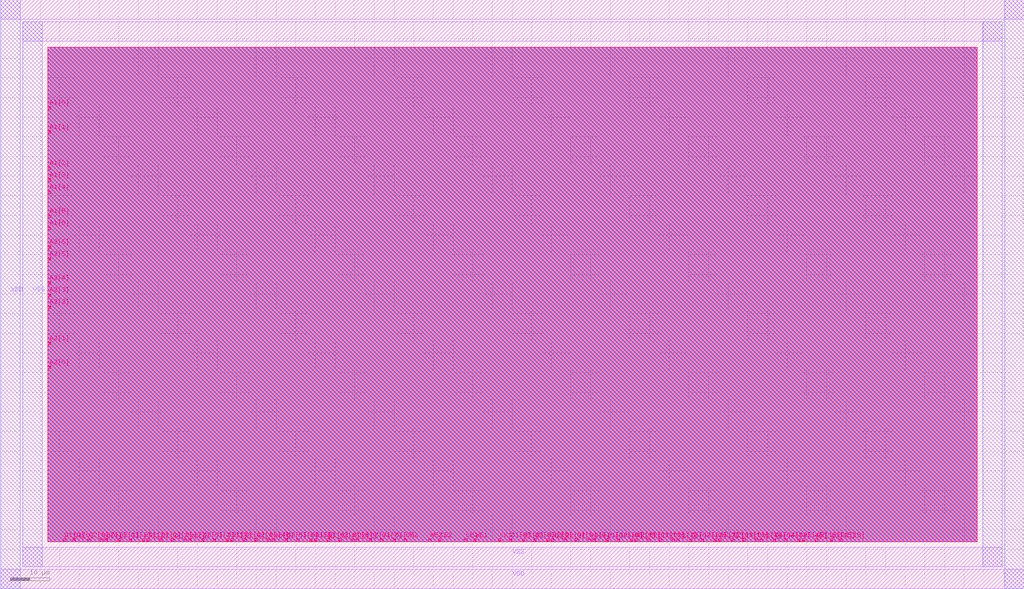
<source format=lef>
VERSION 5.6 ;
BUSBITCHARS "[]" ;
DIVIDERCHAR "/" ;

MACRO MEM2_128X16
  CLASS BLOCK ;
  ORIGIN 0 0 ;
  FOREIGN MEM2_128X16 0 0 ;
  SIZE 260.235 BY 149.895 ;
  SYMMETRY X Y R90 ;
  PIN A1[0]
    DIRECTION INPUT ;
    USE SIGNAL ;
    PORT
      LAYER Metal5 ;
        RECT 12 122.04 12.66 122.7 ;
      LAYER Metal6 ;
        RECT 12 122.04 12.66 122.7 ;
      LAYER Metal3 ;
        RECT 12 122.04 12.66 122.7 ;
      LAYER Metal4 ;
        RECT 12 122.04 12.66 122.7 ;
    END
  END A1[0]
  PIN A1[1]
    DIRECTION INPUT ;
    USE SIGNAL ;
    PORT
      LAYER Metal5 ;
        RECT 12 115.92 12.66 116.58 ;
      LAYER Metal6 ;
        RECT 12 115.92 12.66 116.58 ;
      LAYER Metal3 ;
        RECT 12 115.92 12.66 116.58 ;
      LAYER Metal4 ;
        RECT 12 115.92 12.66 116.58 ;
    END
  END A1[1]
  PIN A1[2]
    DIRECTION INPUT ;
    USE SIGNAL ;
    PORT
      LAYER Metal5 ;
        RECT 12 106.7 12.66 107.36 ;
      LAYER Metal6 ;
        RECT 12 106.7 12.66 107.36 ;
      LAYER Metal3 ;
        RECT 12 106.7 12.66 107.36 ;
      LAYER Metal4 ;
        RECT 12 106.7 12.66 107.36 ;
    END
  END A1[2]
  PIN A1[3]
    DIRECTION INPUT ;
    USE SIGNAL ;
    PORT
      LAYER Metal5 ;
        RECT 12 103.68 12.66 104.34 ;
      LAYER Metal6 ;
        RECT 12 103.68 12.66 104.34 ;
      LAYER Metal3 ;
        RECT 12 103.68 12.66 104.34 ;
      LAYER Metal4 ;
        RECT 12 103.68 12.66 104.34 ;
    END
  END A1[3]
  PIN A1[4]
    DIRECTION INPUT ;
    USE SIGNAL ;
    PORT
      LAYER Metal5 ;
        RECT 12 100.58 12.66 101.24 ;
      LAYER Metal6 ;
        RECT 12 100.58 12.66 101.24 ;
      LAYER Metal3 ;
        RECT 12 100.58 12.66 101.24 ;
      LAYER Metal4 ;
        RECT 12 100.58 12.66 101.24 ;
    END
  END A1[4]
  PIN A1[5]
    DIRECTION INPUT ;
    USE SIGNAL ;
    PORT
      LAYER Metal5 ;
        RECT 12 94.46 12.66 95.12 ;
      LAYER Metal6 ;
        RECT 12 94.46 12.66 95.12 ;
      LAYER Metal3 ;
        RECT 12 94.46 12.66 95.12 ;
      LAYER Metal4 ;
        RECT 12 94.46 12.66 95.12 ;
    END
  END A1[5]
  PIN A1[6]
    DIRECTION INPUT ;
    USE SIGNAL ;
    PORT
      LAYER Metal5 ;
        RECT 12 91.44 12.66 92.1 ;
      LAYER Metal6 ;
        RECT 12 91.44 12.66 92.1 ;
      LAYER Metal3 ;
        RECT 12 91.44 12.66 92.1 ;
      LAYER Metal4 ;
        RECT 12 91.44 12.66 92.1 ;
    END
  END A1[6]
  PIN A2[0]
    DIRECTION INPUT ;
    USE SIGNAL ;
    PORT
      LAYER Metal5 ;
        RECT 12 56.02 12.66 56.68 ;
      LAYER Metal6 ;
        RECT 12 56.02 12.66 56.68 ;
      LAYER Metal3 ;
        RECT 12 56.02 12.66 56.68 ;
      LAYER Metal4 ;
        RECT 12 56.02 12.66 56.68 ;
    END
  END A2[0]
  PIN A2[1]
    DIRECTION INPUT ;
    USE SIGNAL ;
    PORT
      LAYER Metal5 ;
        RECT 12 62.14 12.66 62.8 ;
      LAYER Metal6 ;
        RECT 12 62.14 12.66 62.8 ;
      LAYER Metal3 ;
        RECT 12 62.14 12.66 62.8 ;
      LAYER Metal4 ;
        RECT 12 62.14 12.66 62.8 ;
    END
  END A2[1]
  PIN A2[2]
    DIRECTION INPUT ;
    USE SIGNAL ;
    PORT
      LAYER Metal5 ;
        RECT 12 71.36 12.66 72.02 ;
      LAYER Metal6 ;
        RECT 12 71.36 12.66 72.02 ;
      LAYER Metal3 ;
        RECT 12 71.36 12.66 72.02 ;
      LAYER Metal4 ;
        RECT 12 71.36 12.66 72.02 ;
    END
  END A2[2]
  PIN A2[3]
    DIRECTION INPUT ;
    USE SIGNAL ;
    PORT
      LAYER Metal5 ;
        RECT 12 74.38 12.66 75.04 ;
      LAYER Metal6 ;
        RECT 12 74.38 12.66 75.04 ;
      LAYER Metal3 ;
        RECT 12 74.38 12.66 75.04 ;
      LAYER Metal4 ;
        RECT 12 74.38 12.66 75.04 ;
    END
  END A2[3]
  PIN A2[4]
    DIRECTION INPUT ;
    USE SIGNAL ;
    PORT
      LAYER Metal5 ;
        RECT 12 77.48 12.66 78.14 ;
      LAYER Metal6 ;
        RECT 12 77.48 12.66 78.14 ;
      LAYER Metal3 ;
        RECT 12 77.48 12.66 78.14 ;
      LAYER Metal4 ;
        RECT 12 77.48 12.66 78.14 ;
    END
  END A2[4]
  PIN A2[5]
    DIRECTION INPUT ;
    USE SIGNAL ;
    PORT
      LAYER Metal5 ;
        RECT 12 83.6 12.66 84.26 ;
      LAYER Metal6 ;
        RECT 12 83.6 12.66 84.26 ;
      LAYER Metal3 ;
        RECT 12 83.6 12.66 84.26 ;
      LAYER Metal4 ;
        RECT 12 83.6 12.66 84.26 ;
    END
  END A2[5]
  PIN A2[6]
    DIRECTION INPUT ;
    USE SIGNAL ;
    PORT
      LAYER Metal5 ;
        RECT 12 86.62 12.66 87.28 ;
      LAYER Metal6 ;
        RECT 12 86.62 12.66 87.28 ;
      LAYER Metal3 ;
        RECT 12 86.62 12.66 87.28 ;
      LAYER Metal4 ;
        RECT 12 86.62 12.66 87.28 ;
    END
  END A2[6]
  PIN CE1
    DIRECTION INPUT ;
    USE SIGNAL ;
    PORT
      LAYER Metal5 ;
        RECT 117.9 12 118.56 12.66 ;
      LAYER Metal6 ;
        RECT 117.9 12 118.56 12.66 ;
      LAYER Metal3 ;
        RECT 117.9 12 118.56 12.66 ;
      LAYER Metal4 ;
        RECT 117.9 12 118.56 12.66 ;
    END
  END CE1
  PIN CE2
    DIRECTION INPUT ;
    USE SIGNAL ;
    PORT
      LAYER Metal5 ;
        RECT 111.24 12 111.9 12.66 ;
      LAYER Metal6 ;
        RECT 111.24 12 111.9 12.66 ;
      LAYER Metal3 ;
        RECT 111.24 12 111.9 12.66 ;
      LAYER Metal4 ;
        RECT 111.24 12 111.9 12.66 ;
    END
  END CE2
  PIN CK1
    DIRECTION INPUT ;
    USE SIGNAL ;
    PORT
      LAYER Metal5 ;
        RECT 126.525 12 127.185 12.66 ;
      LAYER Metal6 ;
        RECT 126.525 12 127.185 12.66 ;
      LAYER Metal3 ;
        RECT 126.525 12 127.185 12.66 ;
      LAYER Metal4 ;
        RECT 126.525 12 127.185 12.66 ;
    END
  END CK1
  PIN CK2
    DIRECTION INPUT ;
    USE SIGNAL ;
    PORT
      LAYER Metal5 ;
        RECT 102.615 12 103.275 12.66 ;
      LAYER Metal6 ;
        RECT 102.615 12 103.275 12.66 ;
      LAYER Metal3 ;
        RECT 102.615 12 103.275 12.66 ;
      LAYER Metal4 ;
        RECT 102.615 12 103.275 12.66 ;
    END
  END CK2
  PIN D1[0]
    DIRECTION INPUT ;
    USE SIGNAL ;
    PORT
      LAYER Metal5 ;
        RECT 15.86 12 16.52 12.66 ;
      LAYER Metal6 ;
        RECT 15.86 12 16.52 12.66 ;
      LAYER Metal3 ;
        RECT 15.86 12 16.52 12.66 ;
      LAYER Metal4 ;
        RECT 15.86 12 16.52 12.66 ;
    END
  END D1[0]
  PIN D1[10]
    DIRECTION INPUT ;
    USE SIGNAL ;
    PORT
      LAYER Metal5 ;
        RECT 150.58 12 151.24 12.66 ;
      LAYER Metal6 ;
        RECT 150.58 12 151.24 12.66 ;
      LAYER Metal3 ;
        RECT 150.58 12 151.24 12.66 ;
      LAYER Metal4 ;
        RECT 150.58 12 151.24 12.66 ;
    END
  END D1[10]
  PIN D1[11]
    DIRECTION INPUT ;
    USE SIGNAL ;
    PORT
      LAYER Metal5 ;
        RECT 170.72 12 171.38 12.66 ;
      LAYER Metal6 ;
        RECT 170.72 12 171.38 12.66 ;
      LAYER Metal3 ;
        RECT 170.72 12 171.38 12.66 ;
      LAYER Metal4 ;
        RECT 170.72 12 171.38 12.66 ;
    END
  END D1[11]
  PIN D1[12]
    DIRECTION INPUT ;
    USE SIGNAL ;
    PORT
      LAYER Metal5 ;
        RECT 171.86 12 172.52 12.66 ;
      LAYER Metal6 ;
        RECT 171.86 12 172.52 12.66 ;
      LAYER Metal3 ;
        RECT 171.86 12 172.52 12.66 ;
      LAYER Metal4 ;
        RECT 171.86 12 172.52 12.66 ;
    END
  END D1[12]
  PIN D1[13]
    DIRECTION INPUT ;
    USE SIGNAL ;
    PORT
      LAYER Metal5 ;
        RECT 192 12 192.66 12.66 ;
      LAYER Metal6 ;
        RECT 192 12 192.66 12.66 ;
      LAYER Metal3 ;
        RECT 192 12 192.66 12.66 ;
      LAYER Metal4 ;
        RECT 192 12 192.66 12.66 ;
    END
  END D1[13]
  PIN D1[14]
    DIRECTION INPUT ;
    USE SIGNAL ;
    PORT
      LAYER Metal5 ;
        RECT 193.14 12 193.8 12.66 ;
      LAYER Metal6 ;
        RECT 193.14 12 193.8 12.66 ;
      LAYER Metal3 ;
        RECT 193.14 12 193.8 12.66 ;
      LAYER Metal4 ;
        RECT 193.14 12 193.8 12.66 ;
    END
  END D1[14]
  PIN D1[15]
    DIRECTION INPUT ;
    USE SIGNAL ;
    PORT
      LAYER Metal5 ;
        RECT 213.28 12 213.94 12.66 ;
      LAYER Metal6 ;
        RECT 213.28 12 213.94 12.66 ;
      LAYER Metal3 ;
        RECT 213.28 12 213.94 12.66 ;
      LAYER Metal4 ;
        RECT 213.28 12 213.94 12.66 ;
    END
  END D1[15]
  PIN D1[1]
    DIRECTION INPUT ;
    USE SIGNAL ;
    PORT
      LAYER Metal5 ;
        RECT 36 12 36.66 12.66 ;
      LAYER Metal6 ;
        RECT 36 12 36.66 12.66 ;
      LAYER Metal3 ;
        RECT 36 12 36.66 12.66 ;
      LAYER Metal4 ;
        RECT 36 12 36.66 12.66 ;
    END
  END D1[1]
  PIN D1[2]
    DIRECTION INPUT ;
    USE SIGNAL ;
    PORT
      LAYER Metal5 ;
        RECT 37.14 12 37.8 12.66 ;
      LAYER Metal6 ;
        RECT 37.14 12 37.8 12.66 ;
      LAYER Metal3 ;
        RECT 37.14 12 37.8 12.66 ;
      LAYER Metal4 ;
        RECT 37.14 12 37.8 12.66 ;
    END
  END D1[2]
  PIN D1[3]
    DIRECTION INPUT ;
    USE SIGNAL ;
    PORT
      LAYER Metal5 ;
        RECT 57.28 12 57.94 12.66 ;
      LAYER Metal6 ;
        RECT 57.28 12 57.94 12.66 ;
      LAYER Metal3 ;
        RECT 57.28 12 57.94 12.66 ;
      LAYER Metal4 ;
        RECT 57.28 12 57.94 12.66 ;
    END
  END D1[3]
  PIN D1[4]
    DIRECTION INPUT ;
    USE SIGNAL ;
    PORT
      LAYER Metal5 ;
        RECT 58.42 12 59.08 12.66 ;
      LAYER Metal6 ;
        RECT 58.42 12 59.08 12.66 ;
      LAYER Metal3 ;
        RECT 58.42 12 59.08 12.66 ;
      LAYER Metal4 ;
        RECT 58.42 12 59.08 12.66 ;
    END
  END D1[4]
  PIN D1[5]
    DIRECTION INPUT ;
    USE SIGNAL ;
    PORT
      LAYER Metal5 ;
        RECT 78.56 12 79.22 12.66 ;
      LAYER Metal6 ;
        RECT 78.56 12 79.22 12.66 ;
      LAYER Metal3 ;
        RECT 78.56 12 79.22 12.66 ;
      LAYER Metal4 ;
        RECT 78.56 12 79.22 12.66 ;
    END
  END D1[5]
  PIN D1[6]
    DIRECTION INPUT ;
    USE SIGNAL ;
    PORT
      LAYER Metal5 ;
        RECT 79.7 12 80.36 12.66 ;
      LAYER Metal6 ;
        RECT 79.7 12 80.36 12.66 ;
      LAYER Metal3 ;
        RECT 79.7 12 80.36 12.66 ;
      LAYER Metal4 ;
        RECT 79.7 12 80.36 12.66 ;
    END
  END D1[6]
  PIN D1[7]
    DIRECTION INPUT ;
    USE SIGNAL ;
    PORT
      LAYER Metal5 ;
        RECT 99.84 12 100.5 12.66 ;
      LAYER Metal6 ;
        RECT 99.84 12 100.5 12.66 ;
      LAYER Metal3 ;
        RECT 99.84 12 100.5 12.66 ;
      LAYER Metal4 ;
        RECT 99.84 12 100.5 12.66 ;
    END
  END D1[7]
  PIN D1[8]
    DIRECTION INPUT ;
    USE SIGNAL ;
    PORT
      LAYER Metal5 ;
        RECT 129.3 12 129.96 12.66 ;
      LAYER Metal6 ;
        RECT 129.3 12 129.96 12.66 ;
      LAYER Metal3 ;
        RECT 129.3 12 129.96 12.66 ;
      LAYER Metal4 ;
        RECT 129.3 12 129.96 12.66 ;
    END
  END D1[8]
  PIN D1[9]
    DIRECTION INPUT ;
    USE SIGNAL ;
    PORT
      LAYER Metal5 ;
        RECT 149.44 12 150.1 12.66 ;
      LAYER Metal6 ;
        RECT 149.44 12 150.1 12.66 ;
      LAYER Metal3 ;
        RECT 149.44 12 150.1 12.66 ;
      LAYER Metal4 ;
        RECT 149.44 12 150.1 12.66 ;
    END
  END D1[9]
  PIN D2[0]
    DIRECTION INPUT ;
    USE SIGNAL ;
    PORT
      LAYER Metal5 ;
        RECT 25.36 12 26.02 12.66 ;
      LAYER Metal6 ;
        RECT 25.36 12 26.02 12.66 ;
      LAYER Metal3 ;
        RECT 25.36 12 26.02 12.66 ;
      LAYER Metal4 ;
        RECT 25.36 12 26.02 12.66 ;
    END
  END D2[0]
  PIN D2[10]
    DIRECTION INPUT ;
    USE SIGNAL ;
    PORT
      LAYER Metal5 ;
        RECT 160.08 12 160.74 12.66 ;
      LAYER Metal6 ;
        RECT 160.08 12 160.74 12.66 ;
      LAYER Metal3 ;
        RECT 160.08 12 160.74 12.66 ;
      LAYER Metal4 ;
        RECT 160.08 12 160.74 12.66 ;
    END
  END D2[10]
  PIN D2[11]
    DIRECTION INPUT ;
    USE SIGNAL ;
    PORT
      LAYER Metal5 ;
        RECT 161.22 12 161.88 12.66 ;
      LAYER Metal6 ;
        RECT 161.22 12 161.88 12.66 ;
      LAYER Metal3 ;
        RECT 161.22 12 161.88 12.66 ;
      LAYER Metal4 ;
        RECT 161.22 12 161.88 12.66 ;
    END
  END D2[11]
  PIN D2[12]
    DIRECTION INPUT ;
    USE SIGNAL ;
    PORT
      LAYER Metal5 ;
        RECT 181.36 12 182.02 12.66 ;
      LAYER Metal6 ;
        RECT 181.36 12 182.02 12.66 ;
      LAYER Metal3 ;
        RECT 181.36 12 182.02 12.66 ;
      LAYER Metal4 ;
        RECT 181.36 12 182.02 12.66 ;
    END
  END D2[12]
  PIN D2[13]
    DIRECTION INPUT ;
    USE SIGNAL ;
    PORT
      LAYER Metal5 ;
        RECT 182.5 12 183.16 12.66 ;
      LAYER Metal6 ;
        RECT 182.5 12 183.16 12.66 ;
      LAYER Metal3 ;
        RECT 182.5 12 183.16 12.66 ;
      LAYER Metal4 ;
        RECT 182.5 12 183.16 12.66 ;
    END
  END D2[13]
  PIN D2[14]
    DIRECTION INPUT ;
    USE SIGNAL ;
    PORT
      LAYER Metal5 ;
        RECT 202.64 12 203.3 12.66 ;
      LAYER Metal6 ;
        RECT 202.64 12 203.3 12.66 ;
      LAYER Metal3 ;
        RECT 202.64 12 203.3 12.66 ;
      LAYER Metal4 ;
        RECT 202.64 12 203.3 12.66 ;
    END
  END D2[14]
  PIN D2[15]
    DIRECTION INPUT ;
    USE SIGNAL ;
    PORT
      LAYER Metal5 ;
        RECT 203.78 12 204.44 12.66 ;
      LAYER Metal6 ;
        RECT 203.78 12 204.44 12.66 ;
      LAYER Metal3 ;
        RECT 203.78 12 204.44 12.66 ;
      LAYER Metal4 ;
        RECT 203.78 12 204.44 12.66 ;
    END
  END D2[15]
  PIN D2[1]
    DIRECTION INPUT ;
    USE SIGNAL ;
    PORT
      LAYER Metal5 ;
        RECT 26.5 12 27.16 12.66 ;
      LAYER Metal6 ;
        RECT 26.5 12 27.16 12.66 ;
      LAYER Metal3 ;
        RECT 26.5 12 27.16 12.66 ;
      LAYER Metal4 ;
        RECT 26.5 12 27.16 12.66 ;
    END
  END D2[1]
  PIN D2[2]
    DIRECTION INPUT ;
    USE SIGNAL ;
    PORT
      LAYER Metal5 ;
        RECT 46.64 12 47.3 12.66 ;
      LAYER Metal6 ;
        RECT 46.64 12 47.3 12.66 ;
      LAYER Metal3 ;
        RECT 46.64 12 47.3 12.66 ;
      LAYER Metal4 ;
        RECT 46.64 12 47.3 12.66 ;
    END
  END D2[2]
  PIN D2[3]
    DIRECTION INPUT ;
    USE SIGNAL ;
    PORT
      LAYER Metal5 ;
        RECT 47.78 12 48.44 12.66 ;
      LAYER Metal6 ;
        RECT 47.78 12 48.44 12.66 ;
      LAYER Metal3 ;
        RECT 47.78 12 48.44 12.66 ;
      LAYER Metal4 ;
        RECT 47.78 12 48.44 12.66 ;
    END
  END D2[3]
  PIN D2[4]
    DIRECTION INPUT ;
    USE SIGNAL ;
    PORT
      LAYER Metal5 ;
        RECT 67.92 12 68.58 12.66 ;
      LAYER Metal6 ;
        RECT 67.92 12 68.58 12.66 ;
      LAYER Metal3 ;
        RECT 67.92 12 68.58 12.66 ;
      LAYER Metal4 ;
        RECT 67.92 12 68.58 12.66 ;
    END
  END D2[4]
  PIN D2[5]
    DIRECTION INPUT ;
    USE SIGNAL ;
    PORT
      LAYER Metal5 ;
        RECT 69.06 12 69.72 12.66 ;
      LAYER Metal6 ;
        RECT 69.06 12 69.72 12.66 ;
      LAYER Metal3 ;
        RECT 69.06 12 69.72 12.66 ;
      LAYER Metal4 ;
        RECT 69.06 12 69.72 12.66 ;
    END
  END D2[5]
  PIN D2[6]
    DIRECTION INPUT ;
    USE SIGNAL ;
    PORT
      LAYER Metal5 ;
        RECT 89.2 12 89.86 12.66 ;
      LAYER Metal6 ;
        RECT 89.2 12 89.86 12.66 ;
      LAYER Metal3 ;
        RECT 89.2 12 89.86 12.66 ;
      LAYER Metal4 ;
        RECT 89.2 12 89.86 12.66 ;
    END
  END D2[6]
  PIN D2[7]
    DIRECTION INPUT ;
    USE SIGNAL ;
    PORT
      LAYER Metal5 ;
        RECT 90.34 12 91 12.66 ;
      LAYER Metal6 ;
        RECT 90.34 12 91 12.66 ;
      LAYER Metal3 ;
        RECT 90.34 12 91 12.66 ;
      LAYER Metal4 ;
        RECT 90.34 12 91 12.66 ;
    END
  END D2[7]
  PIN D2[8]
    DIRECTION INPUT ;
    USE SIGNAL ;
    PORT
      LAYER Metal5 ;
        RECT 138.8 12 139.46 12.66 ;
      LAYER Metal6 ;
        RECT 138.8 12 139.46 12.66 ;
      LAYER Metal3 ;
        RECT 138.8 12 139.46 12.66 ;
      LAYER Metal4 ;
        RECT 138.8 12 139.46 12.66 ;
    END
  END D2[8]
  PIN D2[9]
    DIRECTION INPUT ;
    USE SIGNAL ;
    PORT
      LAYER Metal5 ;
        RECT 139.94 12 140.6 12.66 ;
      LAYER Metal6 ;
        RECT 139.94 12 140.6 12.66 ;
      LAYER Metal3 ;
        RECT 139.94 12 140.6 12.66 ;
      LAYER Metal4 ;
        RECT 139.94 12 140.6 12.66 ;
    END
  END D2[9]
  PIN Q1[0]
    DIRECTION OUTPUT ;
    USE SIGNAL ;
    PORT
      LAYER Metal5 ;
        RECT 18.28 12 18.94 12.66 ;
      LAYER Metal6 ;
        RECT 18.28 12 18.94 12.66 ;
      LAYER Metal3 ;
        RECT 18.28 12 18.94 12.66 ;
      LAYER Metal4 ;
        RECT 18.28 12 18.94 12.66 ;
    END
  END Q1[0]
  PIN Q1[10]
    DIRECTION OUTPUT ;
    USE SIGNAL ;
    PORT
      LAYER Metal5 ;
        RECT 153.88 12 154.54 12.66 ;
      LAYER Metal6 ;
        RECT 153.88 12 154.54 12.66 ;
      LAYER Metal3 ;
        RECT 153.88 12 154.54 12.66 ;
      LAYER Metal4 ;
        RECT 153.88 12 154.54 12.66 ;
    END
  END Q1[10]
  PIN Q1[11]
    DIRECTION OUTPUT ;
    USE SIGNAL ;
    PORT
      LAYER Metal5 ;
        RECT 167.42 12 168.08 12.66 ;
      LAYER Metal6 ;
        RECT 167.42 12 168.08 12.66 ;
      LAYER Metal3 ;
        RECT 167.42 12 168.08 12.66 ;
      LAYER Metal4 ;
        RECT 167.42 12 168.08 12.66 ;
    END
  END Q1[11]
  PIN Q1[12]
    DIRECTION OUTPUT ;
    USE SIGNAL ;
    PORT
      LAYER Metal5 ;
        RECT 175.16 12 175.82 12.66 ;
      LAYER Metal6 ;
        RECT 175.16 12 175.82 12.66 ;
      LAYER Metal3 ;
        RECT 175.16 12 175.82 12.66 ;
      LAYER Metal4 ;
        RECT 175.16 12 175.82 12.66 ;
    END
  END Q1[12]
  PIN Q1[13]
    DIRECTION OUTPUT ;
    USE SIGNAL ;
    PORT
      LAYER Metal5 ;
        RECT 188.7 12 189.36 12.66 ;
      LAYER Metal6 ;
        RECT 188.7 12 189.36 12.66 ;
      LAYER Metal3 ;
        RECT 188.7 12 189.36 12.66 ;
      LAYER Metal4 ;
        RECT 188.7 12 189.36 12.66 ;
    END
  END Q1[13]
  PIN Q1[14]
    DIRECTION OUTPUT ;
    USE SIGNAL ;
    PORT
      LAYER Metal5 ;
        RECT 196.44 12 197.1 12.66 ;
      LAYER Metal6 ;
        RECT 196.44 12 197.1 12.66 ;
      LAYER Metal3 ;
        RECT 196.44 12 197.1 12.66 ;
      LAYER Metal4 ;
        RECT 196.44 12 197.1 12.66 ;
    END
  END Q1[14]
  PIN Q1[15]
    DIRECTION OUTPUT ;
    USE SIGNAL ;
    PORT
      LAYER Metal5 ;
        RECT 210.86 12 211.52 12.66 ;
      LAYER Metal6 ;
        RECT 210.86 12 211.52 12.66 ;
      LAYER Metal3 ;
        RECT 210.86 12 211.52 12.66 ;
      LAYER Metal4 ;
        RECT 210.86 12 211.52 12.66 ;
    END
  END Q1[15]
  PIN Q1[1]
    DIRECTION OUTPUT ;
    USE SIGNAL ;
    PORT
      LAYER Metal5 ;
        RECT 32.7 12 33.36 12.66 ;
      LAYER Metal6 ;
        RECT 32.7 12 33.36 12.66 ;
      LAYER Metal3 ;
        RECT 32.7 12 33.36 12.66 ;
      LAYER Metal4 ;
        RECT 32.7 12 33.36 12.66 ;
    END
  END Q1[1]
  PIN Q1[2]
    DIRECTION OUTPUT ;
    USE SIGNAL ;
    PORT
      LAYER Metal5 ;
        RECT 40.44 12 41.1 12.66 ;
      LAYER Metal6 ;
        RECT 40.44 12 41.1 12.66 ;
      LAYER Metal3 ;
        RECT 40.44 12 41.1 12.66 ;
      LAYER Metal4 ;
        RECT 40.44 12 41.1 12.66 ;
    END
  END Q1[2]
  PIN Q1[3]
    DIRECTION OUTPUT ;
    USE SIGNAL ;
    PORT
      LAYER Metal5 ;
        RECT 53.98 12 54.64 12.66 ;
      LAYER Metal6 ;
        RECT 53.98 12 54.64 12.66 ;
      LAYER Metal3 ;
        RECT 53.98 12 54.64 12.66 ;
      LAYER Metal4 ;
        RECT 53.98 12 54.64 12.66 ;
    END
  END Q1[3]
  PIN Q1[4]
    DIRECTION OUTPUT ;
    USE SIGNAL ;
    PORT
      LAYER Metal5 ;
        RECT 61.72 12 62.38 12.66 ;
      LAYER Metal6 ;
        RECT 61.72 12 62.38 12.66 ;
      LAYER Metal3 ;
        RECT 61.72 12 62.38 12.66 ;
      LAYER Metal4 ;
        RECT 61.72 12 62.38 12.66 ;
    END
  END Q1[4]
  PIN Q1[5]
    DIRECTION OUTPUT ;
    USE SIGNAL ;
    PORT
      LAYER Metal5 ;
        RECT 75.26 12 75.92 12.66 ;
      LAYER Metal6 ;
        RECT 75.26 12 75.92 12.66 ;
      LAYER Metal3 ;
        RECT 75.26 12 75.92 12.66 ;
      LAYER Metal4 ;
        RECT 75.26 12 75.92 12.66 ;
    END
  END Q1[5]
  PIN Q1[6]
    DIRECTION OUTPUT ;
    USE SIGNAL ;
    PORT
      LAYER Metal5 ;
        RECT 83 12 83.66 12.66 ;
      LAYER Metal6 ;
        RECT 83 12 83.66 12.66 ;
      LAYER Metal3 ;
        RECT 83 12 83.66 12.66 ;
      LAYER Metal4 ;
        RECT 83 12 83.66 12.66 ;
    END
  END Q1[6]
  PIN Q1[7]
    DIRECTION OUTPUT ;
    USE SIGNAL ;
    PORT
      LAYER Metal5 ;
        RECT 96.54 12 97.2 12.66 ;
      LAYER Metal6 ;
        RECT 96.54 12 97.2 12.66 ;
      LAYER Metal3 ;
        RECT 96.54 12 97.2 12.66 ;
      LAYER Metal4 ;
        RECT 96.54 12 97.2 12.66 ;
    END
  END Q1[7]
  PIN Q1[8]
    DIRECTION OUTPUT ;
    USE SIGNAL ;
    PORT
      LAYER Metal5 ;
        RECT 132.6 12 133.26 12.66 ;
      LAYER Metal6 ;
        RECT 132.6 12 133.26 12.66 ;
      LAYER Metal3 ;
        RECT 132.6 12 133.26 12.66 ;
      LAYER Metal4 ;
        RECT 132.6 12 133.26 12.66 ;
    END
  END Q1[8]
  PIN Q1[9]
    DIRECTION OUTPUT ;
    USE SIGNAL ;
    PORT
      LAYER Metal5 ;
        RECT 146.14 12 146.8 12.66 ;
      LAYER Metal6 ;
        RECT 146.14 12 146.8 12.66 ;
      LAYER Metal3 ;
        RECT 146.14 12 146.8 12.66 ;
      LAYER Metal4 ;
        RECT 146.14 12 146.8 12.66 ;
    END
  END Q1[9]
  PIN Q2[0]
    DIRECTION OUTPUT ;
    USE SIGNAL ;
    PORT
      LAYER Metal5 ;
        RECT 22.06 12 22.72 12.66 ;
      LAYER Metal6 ;
        RECT 22.06 12 22.72 12.66 ;
      LAYER Metal3 ;
        RECT 22.06 12 22.72 12.66 ;
      LAYER Metal4 ;
        RECT 22.06 12 22.72 12.66 ;
    END
  END Q2[0]
  PIN Q2[10]
    DIRECTION OUTPUT ;
    USE SIGNAL ;
    PORT
      LAYER Metal5 ;
        RECT 156.78 12 157.44 12.66 ;
      LAYER Metal6 ;
        RECT 156.78 12 157.44 12.66 ;
      LAYER Metal3 ;
        RECT 156.78 12 157.44 12.66 ;
      LAYER Metal4 ;
        RECT 156.78 12 157.44 12.66 ;
    END
  END Q2[10]
  PIN Q2[11]
    DIRECTION OUTPUT ;
    USE SIGNAL ;
    PORT
      LAYER Metal5 ;
        RECT 164.52 12 165.18 12.66 ;
      LAYER Metal6 ;
        RECT 164.52 12 165.18 12.66 ;
      LAYER Metal3 ;
        RECT 164.52 12 165.18 12.66 ;
      LAYER Metal4 ;
        RECT 164.52 12 165.18 12.66 ;
    END
  END Q2[11]
  PIN Q2[12]
    DIRECTION OUTPUT ;
    USE SIGNAL ;
    PORT
      LAYER Metal5 ;
        RECT 178.06 12 178.72 12.66 ;
      LAYER Metal6 ;
        RECT 178.06 12 178.72 12.66 ;
      LAYER Metal3 ;
        RECT 178.06 12 178.72 12.66 ;
      LAYER Metal4 ;
        RECT 178.06 12 178.72 12.66 ;
    END
  END Q2[12]
  PIN Q2[13]
    DIRECTION OUTPUT ;
    USE SIGNAL ;
    PORT
      LAYER Metal5 ;
        RECT 185.8 12 186.46 12.66 ;
      LAYER Metal6 ;
        RECT 185.8 12 186.46 12.66 ;
      LAYER Metal3 ;
        RECT 185.8 12 186.46 12.66 ;
      LAYER Metal4 ;
        RECT 185.8 12 186.46 12.66 ;
    END
  END Q2[13]
  PIN Q2[14]
    DIRECTION OUTPUT ;
    USE SIGNAL ;
    PORT
      LAYER Metal5 ;
        RECT 199.34 12 200 12.66 ;
      LAYER Metal6 ;
        RECT 199.34 12 200 12.66 ;
      LAYER Metal3 ;
        RECT 199.34 12 200 12.66 ;
      LAYER Metal4 ;
        RECT 199.34 12 200 12.66 ;
    END
  END Q2[14]
  PIN Q2[15]
    DIRECTION OUTPUT ;
    USE SIGNAL ;
    PORT
      LAYER Metal5 ;
        RECT 207.08 12 207.74 12.66 ;
      LAYER Metal6 ;
        RECT 207.08 12 207.74 12.66 ;
      LAYER Metal3 ;
        RECT 207.08 12 207.74 12.66 ;
      LAYER Metal4 ;
        RECT 207.08 12 207.74 12.66 ;
    END
  END Q2[15]
  PIN Q2[1]
    DIRECTION OUTPUT ;
    USE SIGNAL ;
    PORT
      LAYER Metal5 ;
        RECT 29.8 12 30.46 12.66 ;
      LAYER Metal6 ;
        RECT 29.8 12 30.46 12.66 ;
      LAYER Metal3 ;
        RECT 29.8 12 30.46 12.66 ;
      LAYER Metal4 ;
        RECT 29.8 12 30.46 12.66 ;
    END
  END Q2[1]
  PIN Q2[2]
    DIRECTION OUTPUT ;
    USE SIGNAL ;
    PORT
      LAYER Metal5 ;
        RECT 43.34 12 44 12.66 ;
      LAYER Metal6 ;
        RECT 43.34 12 44 12.66 ;
      LAYER Metal3 ;
        RECT 43.34 12 44 12.66 ;
      LAYER Metal4 ;
        RECT 43.34 12 44 12.66 ;
    END
  END Q2[2]
  PIN Q2[3]
    DIRECTION OUTPUT ;
    USE SIGNAL ;
    PORT
      LAYER Metal5 ;
        RECT 51.08 12 51.74 12.66 ;
      LAYER Metal6 ;
        RECT 51.08 12 51.74 12.66 ;
      LAYER Metal3 ;
        RECT 51.08 12 51.74 12.66 ;
      LAYER Metal4 ;
        RECT 51.08 12 51.74 12.66 ;
    END
  END Q2[3]
  PIN Q2[4]
    DIRECTION OUTPUT ;
    USE SIGNAL ;
    PORT
      LAYER Metal5 ;
        RECT 64.62 12 65.28 12.66 ;
      LAYER Metal6 ;
        RECT 64.62 12 65.28 12.66 ;
      LAYER Metal3 ;
        RECT 64.62 12 65.28 12.66 ;
      LAYER Metal4 ;
        RECT 64.62 12 65.28 12.66 ;
    END
  END Q2[4]
  PIN Q2[5]
    DIRECTION OUTPUT ;
    USE SIGNAL ;
    PORT
      LAYER Metal5 ;
        RECT 72.36 12 73.02 12.66 ;
      LAYER Metal6 ;
        RECT 72.36 12 73.02 12.66 ;
      LAYER Metal3 ;
        RECT 72.36 12 73.02 12.66 ;
      LAYER Metal4 ;
        RECT 72.36 12 73.02 12.66 ;
    END
  END Q2[5]
  PIN Q2[6]
    DIRECTION OUTPUT ;
    USE SIGNAL ;
    PORT
      LAYER Metal5 ;
        RECT 85.9 12 86.56 12.66 ;
      LAYER Metal6 ;
        RECT 85.9 12 86.56 12.66 ;
      LAYER Metal3 ;
        RECT 85.9 12 86.56 12.66 ;
      LAYER Metal4 ;
        RECT 85.9 12 86.56 12.66 ;
    END
  END Q2[6]
  PIN Q2[7]
    DIRECTION OUTPUT ;
    USE SIGNAL ;
    PORT
      LAYER Metal5 ;
        RECT 93.64 12 94.3 12.66 ;
      LAYER Metal6 ;
        RECT 93.64 12 94.3 12.66 ;
      LAYER Metal3 ;
        RECT 93.64 12 94.3 12.66 ;
      LAYER Metal4 ;
        RECT 93.64 12 94.3 12.66 ;
    END
  END Q2[7]
  PIN Q2[8]
    DIRECTION OUTPUT ;
    USE SIGNAL ;
    PORT
      LAYER Metal5 ;
        RECT 135.5 12 136.16 12.66 ;
      LAYER Metal6 ;
        RECT 135.5 12 136.16 12.66 ;
      LAYER Metal3 ;
        RECT 135.5 12 136.16 12.66 ;
      LAYER Metal4 ;
        RECT 135.5 12 136.16 12.66 ;
    END
  END Q2[8]
  PIN Q2[9]
    DIRECTION OUTPUT ;
    USE SIGNAL ;
    PORT
      LAYER Metal5 ;
        RECT 143.24 12 143.9 12.66 ;
      LAYER Metal6 ;
        RECT 143.24 12 143.9 12.66 ;
      LAYER Metal3 ;
        RECT 143.24 12 143.9 12.66 ;
      LAYER Metal4 ;
        RECT 143.24 12 143.9 12.66 ;
    END
  END Q2[9]
  PIN WE1
    DIRECTION INPUT ;
    USE SIGNAL ;
    PORT
      LAYER Metal5 ;
        RECT 120.3 12 120.96 12.66 ;
      LAYER Metal6 ;
        RECT 120.3 12 120.96 12.66 ;
      LAYER Metal3 ;
        RECT 120.3 12 120.96 12.66 ;
      LAYER Metal4 ;
        RECT 120.3 12 120.96 12.66 ;
    END
  END WE1
  PIN WE2
    DIRECTION INPUT ;
    USE SIGNAL ;
    PORT
      LAYER Metal5 ;
        RECT 108.84 12 109.5 12.66 ;
      LAYER Metal6 ;
        RECT 108.84 12 109.5 12.66 ;
      LAYER Metal3 ;
        RECT 108.84 12 109.5 12.66 ;
      LAYER Metal4 ;
        RECT 108.84 12 109.5 12.66 ;
    END
  END WE2
  PIN VDD
    DIRECTION INOUT ;
    USE POWER ;
    SHAPE RING ;
    PORT
      LAYER Metal1 ;
        RECT 0 144.895 260.235 149.895 ;
        RECT 0 0 260.235 5 ;
      LAYER Metal2 ;
        RECT 255.235 0 260.235 149.895 ;
        RECT 0 0 5 149.895 ;
    END
  END VDD
  PIN VSS
    DIRECTION INOUT ;
    USE GROUND ;
    SHAPE RING ;
    PORT
      LAYER Metal1 ;
        RECT 5.6 139.295 254.635 144.295 ;
        RECT 5.6 5.6 254.635 10.6 ;
      LAYER Metal2 ;
        RECT 249.635 5.6 254.635 144.295 ;
        RECT 5.6 5.6 10.6 144.295 ;
    END
  END VSS
  OBS
    LAYER Metal1 ;
      RECT 12 12 248.25 137.88 ;
    LAYER Metal2 ;
      RECT 12 12 248.25 137.88 ;
    LAYER Metal3 ;
      RECT 12 12 248.25 137.88 ;
    LAYER Metal4 ;
      RECT 12 12 248.25 137.88 ;
    LAYER Metal5 ;
      RECT 12 12 248.25 137.88 ;
    LAYER Metal6 ;
      RECT 12 12 248.25 137.88 ;
  END
END MEM2_128X16

END LIBRARY

</source>
